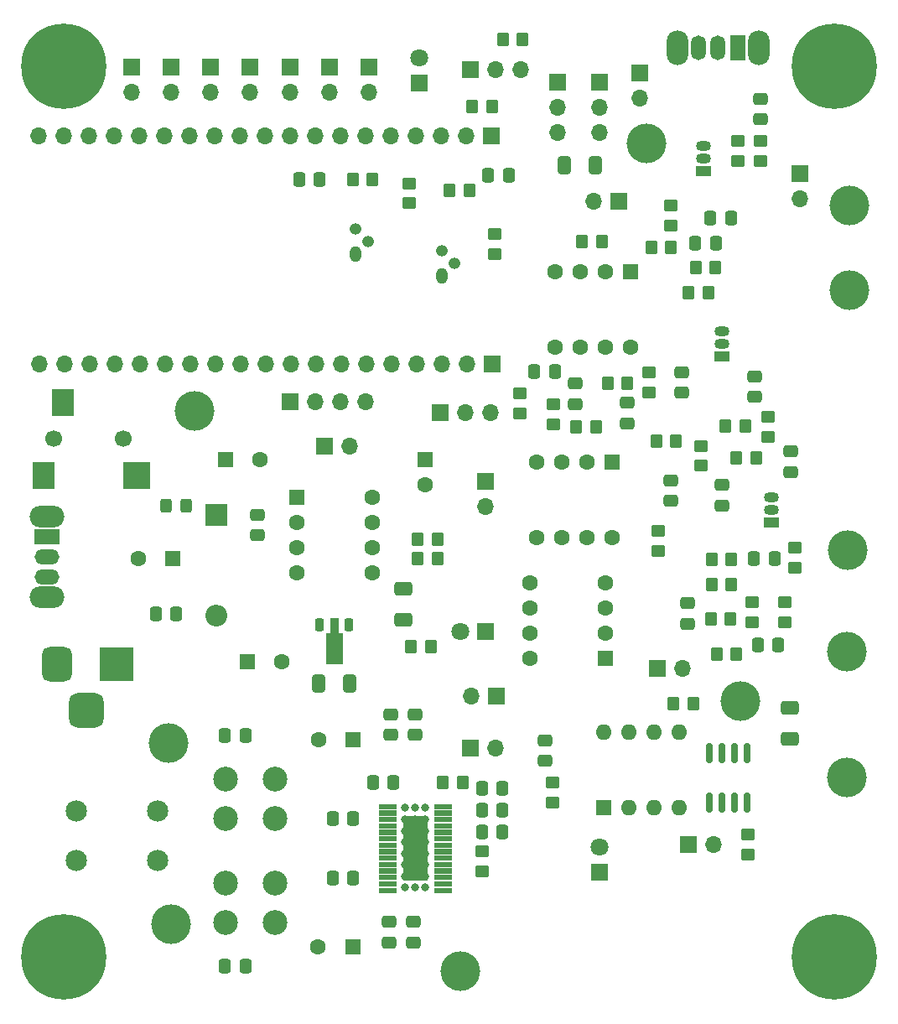
<source format=gbr>
%TF.GenerationSoftware,KiCad,Pcbnew,8.0.6*%
%TF.CreationDate,2024-11-21T01:01:48-08:00*%
%TF.ProjectId,ECE 411 Project,45434520-3431-4312-9050-726f6a656374,r1.6*%
%TF.SameCoordinates,Original*%
%TF.FileFunction,Soldermask,Top*%
%TF.FilePolarity,Negative*%
%FSLAX46Y46*%
G04 Gerber Fmt 4.6, Leading zero omitted, Abs format (unit mm)*
G04 Created by KiCad (PCBNEW 8.0.6) date 2024-11-21 01:01:48*
%MOMM*%
%LPD*%
G01*
G04 APERTURE LIST*
G04 Aperture macros list*
%AMRoundRect*
0 Rectangle with rounded corners*
0 $1 Rounding radius*
0 $2 $3 $4 $5 $6 $7 $8 $9 X,Y pos of 4 corners*
0 Add a 4 corners polygon primitive as box body*
4,1,4,$2,$3,$4,$5,$6,$7,$8,$9,$2,$3,0*
0 Add four circle primitives for the rounded corners*
1,1,$1+$1,$2,$3*
1,1,$1+$1,$4,$5*
1,1,$1+$1,$6,$7*
1,1,$1+$1,$8,$9*
0 Add four rect primitives between the rounded corners*
20,1,$1+$1,$2,$3,$4,$5,0*
20,1,$1+$1,$4,$5,$6,$7,0*
20,1,$1+$1,$6,$7,$8,$9,0*
20,1,$1+$1,$8,$9,$2,$3,0*%
%AMFreePoly0*
4,1,9,3.862500,-0.866500,0.737500,-0.866500,0.737500,-0.450000,-0.737500,-0.450000,-0.737500,0.450000,0.737500,0.450000,0.737500,0.866500,3.862500,0.866500,3.862500,-0.866500,3.862500,-0.866500,$1*%
G04 Aperture macros list end*
%ADD10C,0.010000*%
%ADD11RoundRect,0.250000X0.475000X-0.337500X0.475000X0.337500X-0.475000X0.337500X-0.475000X-0.337500X0*%
%ADD12R,1.700000X1.700000*%
%ADD13O,1.700000X1.700000*%
%ADD14RoundRect,0.250000X-0.450000X0.350000X-0.450000X-0.350000X0.450000X-0.350000X0.450000X0.350000X0*%
%ADD15RoundRect,0.250000X0.412500X0.650000X-0.412500X0.650000X-0.412500X-0.650000X0.412500X-0.650000X0*%
%ADD16R,1.800000X1.800000*%
%ADD17C,1.800000*%
%ADD18RoundRect,0.250000X-0.475000X0.337500X-0.475000X-0.337500X0.475000X-0.337500X0.475000X0.337500X0*%
%ADD19C,4.000000*%
%ADD20RoundRect,0.250000X0.450000X-0.350000X0.450000X0.350000X-0.450000X0.350000X-0.450000X-0.350000X0*%
%ADD21RoundRect,0.250000X0.350000X0.450000X-0.350000X0.450000X-0.350000X-0.450000X0.350000X-0.450000X0*%
%ADD22RoundRect,0.250000X-0.337500X-0.475000X0.337500X-0.475000X0.337500X0.475000X-0.337500X0.475000X0*%
%ADD23R,1.600000X1.600000*%
%ADD24C,1.600000*%
%ADD25RoundRect,0.250000X-0.350000X-0.450000X0.350000X-0.450000X0.350000X0.450000X-0.350000X0.450000X0*%
%ADD26R,1.500000X1.050000*%
%ADD27O,1.500000X1.050000*%
%ADD28O,1.200000X1.600000*%
%ADD29O,1.200000X1.200000*%
%ADD30RoundRect,0.250000X0.325000X0.450000X-0.325000X0.450000X-0.325000X-0.450000X0.325000X-0.450000X0*%
%ADD31O,1.600000X1.600000*%
%ADD32RoundRect,0.225000X-0.225000X0.425000X-0.225000X-0.425000X0.225000X-0.425000X0.225000X0.425000X0*%
%ADD33FreePoly0,270.000000*%
%ADD34RoundRect,0.250000X0.337500X0.475000X-0.337500X0.475000X-0.337500X-0.475000X0.337500X-0.475000X0*%
%ADD35RoundRect,0.150000X-0.150000X0.825000X-0.150000X-0.825000X0.150000X-0.825000X0.150000X0.825000X0*%
%ADD36R,3.500000X3.500000*%
%ADD37RoundRect,0.750000X-0.750000X-1.000000X0.750000X-1.000000X0.750000X1.000000X-0.750000X1.000000X0*%
%ADD38RoundRect,0.875000X-0.875000X-0.875000X0.875000X-0.875000X0.875000X0.875000X-0.875000X0.875000X0*%
%ADD39C,2.500000*%
%ADD40R,2.200000X2.200000*%
%ADD41O,2.200000X2.200000*%
%ADD42RoundRect,0.250000X-0.650000X0.412500X-0.650000X-0.412500X0.650000X-0.412500X0.650000X0.412500X0*%
%ADD43C,4.700000*%
%ADD44C,8.600000*%
%ADD45C,1.700000*%
%ADD46R,2.200000X2.800000*%
%ADD47R,2.800000X2.800000*%
%ADD48RoundRect,0.250000X-0.412500X-0.650000X0.412500X-0.650000X0.412500X0.650000X-0.412500X0.650000X0*%
%ADD49C,2.154000*%
%ADD50C,0.800000*%
%ADD51RoundRect,0.250000X0.650000X-0.412500X0.650000X0.412500X-0.650000X0.412500X-0.650000X-0.412500X0*%
%ADD52O,3.500000X2.200000*%
%ADD53R,2.500000X1.500000*%
%ADD54O,2.500000X1.500000*%
%ADD55O,2.200000X3.500000*%
%ADD56R,1.500000X2.500000*%
%ADD57O,1.500000X2.500000*%
G04 APERTURE END LIST*
D10*
%TO.C,U9*%
X70222651Y-103595000D02*
X68482651Y-103595000D01*
X68482651Y-103155000D01*
X70222651Y-103155000D01*
X70222651Y-103595000D01*
G36*
X70222651Y-103595000D02*
G01*
X68482651Y-103595000D01*
X68482651Y-103155000D01*
X70222651Y-103155000D01*
X70222651Y-103595000D01*
G37*
X70222651Y-104245000D02*
X68482651Y-104245000D01*
X68482651Y-103805000D01*
X70222651Y-103805000D01*
X70222651Y-104245000D01*
G36*
X70222651Y-104245000D02*
G01*
X68482651Y-104245000D01*
X68482651Y-103805000D01*
X70222651Y-103805000D01*
X70222651Y-104245000D01*
G37*
X70222651Y-104895000D02*
X68482651Y-104895000D01*
X68482651Y-104455000D01*
X70222651Y-104455000D01*
X70222651Y-104895000D01*
G36*
X70222651Y-104895000D02*
G01*
X68482651Y-104895000D01*
X68482651Y-104455000D01*
X70222651Y-104455000D01*
X70222651Y-104895000D01*
G37*
X70222651Y-105545000D02*
X68482651Y-105545000D01*
X68482651Y-105105000D01*
X70222651Y-105105000D01*
X70222651Y-105545000D01*
G36*
X70222651Y-105545000D02*
G01*
X68482651Y-105545000D01*
X68482651Y-105105000D01*
X70222651Y-105105000D01*
X70222651Y-105545000D01*
G37*
X70222651Y-106195000D02*
X68482651Y-106195000D01*
X68482651Y-105755000D01*
X70222651Y-105755000D01*
X70222651Y-106195000D01*
G36*
X70222651Y-106195000D02*
G01*
X68482651Y-106195000D01*
X68482651Y-105755000D01*
X70222651Y-105755000D01*
X70222651Y-106195000D01*
G37*
X70222651Y-106845000D02*
X68482651Y-106845000D01*
X68482651Y-106405000D01*
X70222651Y-106405000D01*
X70222651Y-106845000D01*
G36*
X70222651Y-106845000D02*
G01*
X68482651Y-106845000D01*
X68482651Y-106405000D01*
X70222651Y-106405000D01*
X70222651Y-106845000D01*
G37*
X70222651Y-107495000D02*
X68482651Y-107495000D01*
X68482651Y-107055000D01*
X70222651Y-107055000D01*
X70222651Y-107495000D01*
G36*
X70222651Y-107495000D02*
G01*
X68482651Y-107495000D01*
X68482651Y-107055000D01*
X70222651Y-107055000D01*
X70222651Y-107495000D01*
G37*
X70222651Y-108145000D02*
X68482651Y-108145000D01*
X68482651Y-107705000D01*
X70222651Y-107705000D01*
X70222651Y-108145000D01*
G36*
X70222651Y-108145000D02*
G01*
X68482651Y-108145000D01*
X68482651Y-107705000D01*
X70222651Y-107705000D01*
X70222651Y-108145000D01*
G37*
X70222651Y-108795000D02*
X68482651Y-108795000D01*
X68482651Y-108355000D01*
X70222651Y-108355000D01*
X70222651Y-108795000D01*
G36*
X70222651Y-108795000D02*
G01*
X68482651Y-108795000D01*
X68482651Y-108355000D01*
X70222651Y-108355000D01*
X70222651Y-108795000D01*
G37*
X70222651Y-109445000D02*
X68482651Y-109445000D01*
X68482651Y-109005000D01*
X70222651Y-109005000D01*
X70222651Y-109445000D01*
G36*
X70222651Y-109445000D02*
G01*
X68482651Y-109445000D01*
X68482651Y-109005000D01*
X70222651Y-109005000D01*
X70222651Y-109445000D01*
G37*
X70222651Y-110095000D02*
X68482651Y-110095000D01*
X68482651Y-109655000D01*
X70222651Y-109655000D01*
X70222651Y-110095000D01*
G36*
X70222651Y-110095000D02*
G01*
X68482651Y-110095000D01*
X68482651Y-109655000D01*
X70222651Y-109655000D01*
X70222651Y-110095000D01*
G37*
X70222651Y-110745000D02*
X68482651Y-110745000D01*
X68482651Y-110305000D01*
X70222651Y-110305000D01*
X70222651Y-110745000D01*
G36*
X70222651Y-110745000D02*
G01*
X68482651Y-110745000D01*
X68482651Y-110305000D01*
X70222651Y-110305000D01*
X70222651Y-110745000D01*
G37*
X70222651Y-111395000D02*
X68482651Y-111395000D01*
X68482651Y-110955000D01*
X70222651Y-110955000D01*
X70222651Y-111395000D01*
G36*
X70222651Y-111395000D02*
G01*
X68482651Y-111395000D01*
X68482651Y-110955000D01*
X70222651Y-110955000D01*
X70222651Y-111395000D01*
G37*
X70222651Y-112045000D02*
X68482651Y-112045000D01*
X68482651Y-111605000D01*
X70222651Y-111605000D01*
X70222651Y-112045000D01*
G36*
X70222651Y-112045000D02*
G01*
X68482651Y-112045000D01*
X68482651Y-111605000D01*
X70222651Y-111605000D01*
X70222651Y-112045000D01*
G37*
X73352651Y-110830000D02*
X70952651Y-110830000D01*
X70952651Y-104370000D01*
X73352651Y-104370000D01*
X73352651Y-110830000D01*
G36*
X73352651Y-110830000D02*
G01*
X70952651Y-110830000D01*
X70952651Y-104370000D01*
X73352651Y-104370000D01*
X73352651Y-110830000D01*
G37*
X75822651Y-103595000D02*
X74082651Y-103595000D01*
X74082651Y-103155000D01*
X75822651Y-103155000D01*
X75822651Y-103595000D01*
G36*
X75822651Y-103595000D02*
G01*
X74082651Y-103595000D01*
X74082651Y-103155000D01*
X75822651Y-103155000D01*
X75822651Y-103595000D01*
G37*
X75822651Y-104245000D02*
X74082651Y-104245000D01*
X74082651Y-103805000D01*
X75822651Y-103805000D01*
X75822651Y-104245000D01*
G36*
X75822651Y-104245000D02*
G01*
X74082651Y-104245000D01*
X74082651Y-103805000D01*
X75822651Y-103805000D01*
X75822651Y-104245000D01*
G37*
X75822651Y-104895000D02*
X74082651Y-104895000D01*
X74082651Y-104455000D01*
X75822651Y-104455000D01*
X75822651Y-104895000D01*
G36*
X75822651Y-104895000D02*
G01*
X74082651Y-104895000D01*
X74082651Y-104455000D01*
X75822651Y-104455000D01*
X75822651Y-104895000D01*
G37*
X75822651Y-105545000D02*
X74082651Y-105545000D01*
X74082651Y-105105000D01*
X75822651Y-105105000D01*
X75822651Y-105545000D01*
G36*
X75822651Y-105545000D02*
G01*
X74082651Y-105545000D01*
X74082651Y-105105000D01*
X75822651Y-105105000D01*
X75822651Y-105545000D01*
G37*
X75822651Y-106195000D02*
X74082651Y-106195000D01*
X74082651Y-105755000D01*
X75822651Y-105755000D01*
X75822651Y-106195000D01*
G36*
X75822651Y-106195000D02*
G01*
X74082651Y-106195000D01*
X74082651Y-105755000D01*
X75822651Y-105755000D01*
X75822651Y-106195000D01*
G37*
X75822651Y-106845000D02*
X74082651Y-106845000D01*
X74082651Y-106405000D01*
X75822651Y-106405000D01*
X75822651Y-106845000D01*
G36*
X75822651Y-106845000D02*
G01*
X74082651Y-106845000D01*
X74082651Y-106405000D01*
X75822651Y-106405000D01*
X75822651Y-106845000D01*
G37*
X75822651Y-107495000D02*
X74082651Y-107495000D01*
X74082651Y-107055000D01*
X75822651Y-107055000D01*
X75822651Y-107495000D01*
G36*
X75822651Y-107495000D02*
G01*
X74082651Y-107495000D01*
X74082651Y-107055000D01*
X75822651Y-107055000D01*
X75822651Y-107495000D01*
G37*
X75822651Y-108145000D02*
X74082651Y-108145000D01*
X74082651Y-107705000D01*
X75822651Y-107705000D01*
X75822651Y-108145000D01*
G36*
X75822651Y-108145000D02*
G01*
X74082651Y-108145000D01*
X74082651Y-107705000D01*
X75822651Y-107705000D01*
X75822651Y-108145000D01*
G37*
X75822651Y-108795000D02*
X74082651Y-108795000D01*
X74082651Y-108355000D01*
X75822651Y-108355000D01*
X75822651Y-108795000D01*
G36*
X75822651Y-108795000D02*
G01*
X74082651Y-108795000D01*
X74082651Y-108355000D01*
X75822651Y-108355000D01*
X75822651Y-108795000D01*
G37*
X75822651Y-109445000D02*
X74082651Y-109445000D01*
X74082651Y-109005000D01*
X75822651Y-109005000D01*
X75822651Y-109445000D01*
G36*
X75822651Y-109445000D02*
G01*
X74082651Y-109445000D01*
X74082651Y-109005000D01*
X75822651Y-109005000D01*
X75822651Y-109445000D01*
G37*
X75822651Y-110095000D02*
X74082651Y-110095000D01*
X74082651Y-109655000D01*
X75822651Y-109655000D01*
X75822651Y-110095000D01*
G36*
X75822651Y-110095000D02*
G01*
X74082651Y-110095000D01*
X74082651Y-109655000D01*
X75822651Y-109655000D01*
X75822651Y-110095000D01*
G37*
X75822651Y-110745000D02*
X74082651Y-110745000D01*
X74082651Y-110305000D01*
X75822651Y-110305000D01*
X75822651Y-110745000D01*
G36*
X75822651Y-110745000D02*
G01*
X74082651Y-110745000D01*
X74082651Y-110305000D01*
X75822651Y-110305000D01*
X75822651Y-110745000D01*
G37*
X75822651Y-111395000D02*
X74082651Y-111395000D01*
X74082651Y-110955000D01*
X75822651Y-110955000D01*
X75822651Y-111395000D01*
G36*
X75822651Y-111395000D02*
G01*
X74082651Y-111395000D01*
X74082651Y-110955000D01*
X75822651Y-110955000D01*
X75822651Y-111395000D01*
G37*
X75822651Y-112045000D02*
X74082651Y-112045000D01*
X74082651Y-111605000D01*
X75822651Y-111605000D01*
X75822651Y-112045000D01*
G36*
X75822651Y-112045000D02*
G01*
X74082651Y-112045000D01*
X74082651Y-111605000D01*
X75822651Y-111605000D01*
X75822651Y-112045000D01*
G37*
%TD*%
D11*
%TO.C,C17*%
X110100000Y-69637500D03*
X110100000Y-67562500D03*
%TD*%
D12*
%TO.C,RV5*%
X86550000Y-30300000D03*
D13*
X86550000Y-32840000D03*
X86550000Y-35380000D03*
%TD*%
D14*
%TO.C,R47*%
X80162500Y-45600000D03*
X80162500Y-47600000D03*
%TD*%
D15*
%TO.C,C40*%
X90312500Y-38700000D03*
X87187500Y-38700000D03*
%TD*%
D16*
%TO.C,D3*%
X90750000Y-110000000D03*
D17*
X90750000Y-107460000D03*
%TD*%
D12*
%TO.C,SW3*%
X51500000Y-28750000D03*
D13*
X51500000Y-31290000D03*
%TD*%
D18*
%TO.C,C26*%
X69652651Y-94112500D03*
X69652651Y-96187500D03*
%TD*%
D19*
%TO.C,FUZ-CHO1*%
X95500000Y-36500000D03*
%TD*%
D20*
%TO.C,R25*%
X95800000Y-61600000D03*
X95800000Y-59600000D03*
%TD*%
D14*
%TO.C,R45*%
X71562500Y-40500000D03*
X71562500Y-42500000D03*
%TD*%
D21*
%TO.C,R21*%
X91000000Y-46400000D03*
X89000000Y-46400000D03*
%TD*%
D18*
%TO.C,C20*%
X99700000Y-82862500D03*
X99700000Y-84937500D03*
%TD*%
D22*
%TO.C,C38*%
X60462500Y-40100000D03*
X62537500Y-40100000D03*
%TD*%
D21*
%TO.C,R43*%
X76952651Y-100950000D03*
X74952651Y-100950000D03*
%TD*%
D23*
%TO.C,C42*%
X47700000Y-78400000D03*
D24*
X44200000Y-78400000D03*
%TD*%
D11*
%TO.C,C16*%
X98000000Y-72537500D03*
X98000000Y-70462500D03*
%TD*%
D14*
%TO.C,R28*%
X101000000Y-67000000D03*
X101000000Y-69000000D03*
%TD*%
D25*
%TO.C,R35*%
X102000000Y-84500000D03*
X104000000Y-84500000D03*
%TD*%
D21*
%TO.C,R5*%
X74400000Y-78400000D03*
X72400000Y-78400000D03*
%TD*%
D26*
%TO.C,Q3*%
X103160000Y-57970000D03*
D27*
X103160000Y-56700000D03*
X103160000Y-55430000D03*
%TD*%
D28*
%TO.C,Q6*%
X74892500Y-49870000D03*
D29*
X76162500Y-48600000D03*
X74892500Y-47330000D03*
%TD*%
D30*
%TO.C,D1*%
X49025000Y-73000000D03*
X46975000Y-73000000D03*
%TD*%
D14*
%TO.C,R1*%
X105750000Y-106250000D03*
X105750000Y-108250000D03*
%TD*%
D21*
%TO.C,R19*%
X98000000Y-47000000D03*
X96000000Y-47000000D03*
%TD*%
D19*
%TO.C,GND1*%
X76750000Y-120000000D03*
%TD*%
%TO.C,SPK+1*%
X47500000Y-115300000D03*
%TD*%
D23*
%TO.C,U5*%
X91200000Y-103550000D03*
D31*
X93740000Y-103550000D03*
X96280000Y-103550000D03*
X98820000Y-103550000D03*
X98820000Y-95930000D03*
X96280000Y-95930000D03*
X93740000Y-95930000D03*
X91200000Y-95930000D03*
%TD*%
D32*
%TO.C,U1*%
X65500000Y-85050000D03*
D33*
X64000000Y-85137500D03*
D32*
X62500000Y-85050000D03*
%TD*%
D34*
%TO.C,C12*%
X86287500Y-59500000D03*
X84212500Y-59500000D03*
%TD*%
D12*
%TO.C,SW2*%
X47500000Y-28750000D03*
D13*
X47500000Y-31290000D03*
%TD*%
D18*
%TO.C,C27*%
X72000000Y-115075000D03*
X72000000Y-117150000D03*
%TD*%
D35*
%TO.C,U4*%
X105655000Y-98025000D03*
X104385000Y-98025000D03*
X103115000Y-98025000D03*
X101845000Y-98025000D03*
X101845000Y-102975000D03*
X103115000Y-102975000D03*
X104385000Y-102975000D03*
X105655000Y-102975000D03*
%TD*%
D11*
%TO.C,C18*%
X103100000Y-73037500D03*
X103100000Y-70962500D03*
%TD*%
D18*
%TO.C,C7*%
X56200000Y-73962500D03*
X56200000Y-76037500D03*
%TD*%
D23*
%TO.C,C8*%
X55200000Y-88750000D03*
D24*
X58700000Y-88750000D03*
%TD*%
D25*
%TO.C,R27*%
X96500000Y-66500000D03*
X98500000Y-66500000D03*
%TD*%
D36*
%TO.C,J1*%
X42000000Y-89000000D03*
D37*
X36000000Y-89000000D03*
D38*
X39000000Y-93700000D03*
%TD*%
D25*
%TO.C,R48*%
X75662500Y-41200000D03*
X77662500Y-41200000D03*
%TD*%
D12*
%TO.C,CHTPS1*%
X74700000Y-63600000D03*
D13*
X77240000Y-63600000D03*
X79780000Y-63600000D03*
%TD*%
D19*
%TO.C,LINE_{OUT}1*%
X105000000Y-92750000D03*
%TD*%
D39*
%TO.C,L1*%
X58000000Y-111150000D03*
X58000000Y-115150000D03*
X53000000Y-111150000D03*
X53000000Y-115150000D03*
%TD*%
D34*
%TO.C,C21*%
X108837500Y-87100000D03*
X106762500Y-87100000D03*
%TD*%
D12*
%TO.C,RV3*%
X96650000Y-89475000D03*
D13*
X99190000Y-89475000D03*
%TD*%
D26*
%TO.C,Q4*%
X108160000Y-74770000D03*
D27*
X108160000Y-73500000D03*
X108160000Y-72230000D03*
%TD*%
D23*
%TO.C,U3*%
X92010000Y-68595000D03*
D24*
X89470000Y-68595000D03*
X86930000Y-68595000D03*
X84390000Y-68595000D03*
X84390000Y-76215000D03*
X86930000Y-76215000D03*
X89470000Y-76215000D03*
X92010000Y-76215000D03*
%TD*%
D11*
%TO.C,C15*%
X99100000Y-61637500D03*
X99100000Y-59562500D03*
%TD*%
D21*
%TO.C,R18*%
X102500000Y-49000000D03*
X100500000Y-49000000D03*
%TD*%
D22*
%TO.C,C39*%
X79525000Y-39700000D03*
X81600000Y-39700000D03*
%TD*%
D40*
%TO.C,D2*%
X52100000Y-74000000D03*
D41*
X52100000Y-84160000D03*
%TD*%
D22*
%TO.C,C36*%
X52962500Y-119550000D03*
X55037500Y-119550000D03*
%TD*%
D42*
%TO.C,C2*%
X110000000Y-93437500D03*
X110000000Y-96562500D03*
%TD*%
D22*
%TO.C,C33*%
X78915151Y-103750000D03*
X80990151Y-103750000D03*
%TD*%
D43*
%TO.C,M4*%
X114500000Y-28700000D03*
D44*
X114500000Y-28700000D03*
%TD*%
D12*
%TO.C,J7*%
X92750000Y-42275000D03*
D13*
X90210000Y-42275000D03*
%TD*%
D19*
%TO.C,V9*%
X116000000Y-51250000D03*
%TD*%
D16*
%TO.C,D4*%
X79250000Y-85750000D03*
D17*
X76710000Y-85750000D03*
%TD*%
D14*
%TO.C,R30*%
X107800000Y-64100000D03*
X107800000Y-66100000D03*
%TD*%
D12*
%TO.C,SW5*%
X59500000Y-28750000D03*
D13*
X59500000Y-31290000D03*
%TD*%
D18*
%TO.C,C13*%
X88300000Y-60700000D03*
X88300000Y-62775000D03*
%TD*%
D14*
%TO.C,R40*%
X78952651Y-107950000D03*
X78952651Y-109950000D03*
%TD*%
D45*
%TO.C,J4*%
X35700000Y-66300000D03*
X42700000Y-66300000D03*
D46*
X34600000Y-70000000D03*
D47*
X44000000Y-70000000D03*
D46*
X36600000Y-62600000D03*
%TD*%
D48*
%TO.C,C4*%
X62437500Y-91000000D03*
X65562500Y-91000000D03*
%TD*%
D14*
%TO.C,R32*%
X110500000Y-77300000D03*
X110500000Y-79300000D03*
%TD*%
%TO.C,R16*%
X104750000Y-36250000D03*
X104750000Y-38250000D03*
%TD*%
D19*
%TO.C,SPK-1*%
X47250000Y-97000000D03*
%TD*%
D12*
%TO.C,RV2*%
X111000000Y-39500000D03*
D13*
X111000000Y-42040000D03*
%TD*%
D20*
%TO.C,R39*%
X86000000Y-103000000D03*
X86000000Y-101000000D03*
%TD*%
D49*
%TO.C,J3*%
X46150000Y-103830000D03*
X37950000Y-103830000D03*
X46150000Y-108830000D03*
X37950000Y-108830000D03*
%TD*%
D25*
%TO.C,R4*%
X72400000Y-76400000D03*
X74400000Y-76400000D03*
%TD*%
D39*
%TO.C,L2*%
X58000000Y-100650000D03*
X58000000Y-104650000D03*
X53000000Y-100650000D03*
X53000000Y-104650000D03*
%TD*%
D18*
%TO.C,C1*%
X107000000Y-31962500D03*
X107000000Y-34037500D03*
%TD*%
D23*
%TO.C,C24*%
X65900000Y-96700000D03*
D24*
X62400000Y-96700000D03*
%TD*%
D12*
%TO.C,OLED1*%
X59500000Y-62500000D03*
D13*
X62040000Y-62500000D03*
X64580000Y-62500000D03*
X67120000Y-62500000D03*
%TD*%
D43*
%TO.C,M4*%
X36700000Y-118600000D03*
D44*
X36700000Y-118600000D03*
%TD*%
D23*
%TO.C,C22*%
X73150000Y-68400000D03*
D24*
X73150000Y-70900000D03*
%TD*%
D26*
%TO.C,Q2*%
X101250000Y-39250000D03*
D27*
X101250000Y-37980000D03*
X101250000Y-36710000D03*
%TD*%
D12*
%TO.C,J5*%
X77750000Y-97500000D03*
D13*
X80290000Y-97500000D03*
%TD*%
D11*
%TO.C,C41*%
X106400000Y-62037500D03*
X106400000Y-59962500D03*
%TD*%
D22*
%TO.C,C35*%
X63815151Y-104650000D03*
X65890151Y-104650000D03*
%TD*%
D12*
%TO.C,SW6*%
X63500000Y-28750000D03*
D13*
X63500000Y-31290000D03*
%TD*%
D23*
%TO.C,V3207D1*%
X93870000Y-49380000D03*
D24*
X91330000Y-49380000D03*
X88790000Y-49380000D03*
X86250000Y-49380000D03*
X86250000Y-57000000D03*
X88790000Y-57000000D03*
X91330000Y-57000000D03*
X93870000Y-57000000D03*
%TD*%
D50*
%TO.C,U9*%
X73152651Y-111600000D03*
X73152651Y-110450000D03*
X73152651Y-109300000D03*
X73152651Y-108150000D03*
X73152651Y-107000000D03*
X73152651Y-105850000D03*
X73152651Y-104700000D03*
X73152651Y-103550000D03*
X72152651Y-111600000D03*
X72152651Y-110450000D03*
X72152651Y-109300000D03*
X72152651Y-108150000D03*
X72152651Y-107000000D03*
X72152651Y-105850000D03*
X72152651Y-104700000D03*
X72152651Y-103550000D03*
X71152651Y-111600000D03*
X71152651Y-110450000D03*
X71152651Y-109300000D03*
X71152651Y-108150000D03*
X71152651Y-107000000D03*
X71152651Y-105850000D03*
X71152651Y-104700000D03*
X71152651Y-103550000D03*
%TD*%
D12*
%TO.C,J6*%
X79225000Y-70550000D03*
D13*
X79225000Y-73090000D03*
%TD*%
D18*
%TO.C,C29*%
X72152651Y-94112500D03*
X72152651Y-96187500D03*
%TD*%
D12*
%TO.C,J2*%
X63000000Y-67000000D03*
D13*
X65540000Y-67000000D03*
%TD*%
D34*
%TO.C,C43*%
X48037500Y-84000000D03*
X45962500Y-84000000D03*
%TD*%
D19*
%TO.C,GENOUT1*%
X116000000Y-42750000D03*
%TD*%
D22*
%TO.C,C37*%
X52962500Y-96250000D03*
X55037500Y-96250000D03*
%TD*%
D51*
%TO.C,C6*%
X71000000Y-84562500D03*
X71000000Y-81437500D03*
%TD*%
D21*
%TO.C,R12*%
X83000000Y-26000000D03*
X81000000Y-26000000D03*
%TD*%
D14*
%TO.C,R17*%
X107000000Y-36250000D03*
X107000000Y-38250000D03*
%TD*%
D11*
%TO.C,C14*%
X93600000Y-64737500D03*
X93600000Y-62662500D03*
%TD*%
D43*
%TO.C,M4*%
X36700000Y-28700000D03*
D44*
X36700000Y-28700000D03*
%TD*%
D12*
%TO.C,RV7*%
X80350000Y-92225000D03*
D13*
X77810000Y-92225000D03*
%TD*%
D12*
%TO.C,U6*%
X79880000Y-35700000D03*
D13*
X77340000Y-35700000D03*
X74800000Y-35700000D03*
X72260000Y-35700000D03*
X69720000Y-35700000D03*
X67180000Y-35700000D03*
X64640000Y-35700000D03*
X62100000Y-35700000D03*
X59560000Y-35700000D03*
X57020000Y-35700000D03*
X54480000Y-35700000D03*
X51940000Y-35700000D03*
X49400000Y-35700000D03*
X46860000Y-35700000D03*
X44320000Y-35700000D03*
X41780000Y-35700000D03*
X39240000Y-35700000D03*
X36700000Y-35700000D03*
X34160000Y-35700000D03*
X34240000Y-58700000D03*
X36780000Y-58700000D03*
X39320000Y-58700000D03*
X41860000Y-58700000D03*
X44400000Y-58700000D03*
X46940000Y-58700000D03*
X49480000Y-58700000D03*
X52020000Y-58700000D03*
X54560000Y-58700000D03*
X57100000Y-58700000D03*
X59640000Y-58700000D03*
X62180000Y-58700000D03*
X64720000Y-58700000D03*
X67260000Y-58700000D03*
X69800000Y-58700000D03*
X72340000Y-58700000D03*
X74880000Y-58700000D03*
X77420000Y-58700000D03*
D12*
X79960000Y-58700000D03*
%TD*%
D19*
%TO.C,CHO-TRE1*%
X115800000Y-77500000D03*
%TD*%
D25*
%TO.C,R46*%
X65862500Y-40100000D03*
X67862500Y-40100000D03*
%TD*%
D21*
%TO.C,R20*%
X101750000Y-51500000D03*
X99750000Y-51500000D03*
%TD*%
D22*
%TO.C,C19*%
X106362500Y-78400000D03*
X108437500Y-78400000D03*
%TD*%
D18*
%TO.C,C30*%
X69500000Y-115075000D03*
X69500000Y-117150000D03*
%TD*%
D25*
%TO.C,R37*%
X102600000Y-88000000D03*
X104600000Y-88000000D03*
%TD*%
D14*
%TO.C,R10*%
X98000000Y-42750000D03*
X98000000Y-44750000D03*
%TD*%
D23*
%TO.C,U2*%
X60195000Y-72190000D03*
D24*
X60195000Y-74730000D03*
X60195000Y-77270000D03*
X60195000Y-79810000D03*
X67815000Y-79810000D03*
X67815000Y-77270000D03*
X67815000Y-74730000D03*
X67815000Y-72190000D03*
%TD*%
D22*
%TO.C,C31*%
X78915151Y-101550000D03*
X80990151Y-101550000D03*
%TD*%
D20*
%TO.C,R23*%
X86100000Y-64800000D03*
X86100000Y-62800000D03*
%TD*%
D12*
%TO.C,RV8*%
X77750000Y-29000000D03*
D13*
X80290000Y-29000000D03*
X82830000Y-29000000D03*
%TD*%
D21*
%TO.C,R2*%
X100250000Y-93000000D03*
X98250000Y-93000000D03*
%TD*%
D14*
%TO.C,R8*%
X96700000Y-75600000D03*
X96700000Y-77600000D03*
%TD*%
D21*
%TO.C,R6*%
X105500000Y-65000000D03*
X103500000Y-65000000D03*
%TD*%
D22*
%TO.C,C10*%
X101962500Y-44000000D03*
X104037500Y-44000000D03*
%TD*%
D12*
%TO.C,RV1*%
X94875000Y-29350000D03*
D13*
X94875000Y-31890000D03*
%TD*%
D22*
%TO.C,C34*%
X63815151Y-110650000D03*
X65890151Y-110650000D03*
%TD*%
D16*
%TO.C,D5*%
X72600000Y-30400000D03*
D17*
X72600000Y-27860000D03*
%TD*%
D12*
%TO.C,SW1*%
X43500000Y-28750000D03*
D13*
X43500000Y-31290000D03*
%TD*%
D12*
%TO.C,RV6*%
X99750000Y-107250000D03*
D13*
X102290000Y-107250000D03*
%TD*%
D19*
%TO.C,VGND1*%
X115750000Y-100500000D03*
%TD*%
D52*
%TO.C,SW9*%
X35000000Y-74100000D03*
X35000000Y-82300000D03*
D53*
X35000000Y-76200000D03*
D54*
X35000000Y-78200000D03*
X35000000Y-80200000D03*
%TD*%
D14*
%TO.C,R36*%
X109500000Y-82800000D03*
X109500000Y-84800000D03*
%TD*%
D23*
%TO.C,C5*%
X53000000Y-68400000D03*
D24*
X56500000Y-68400000D03*
%TD*%
D19*
%TO.C,LINE_{IN}1*%
X49900000Y-63500000D03*
%TD*%
D23*
%TO.C,V3207D2*%
X91405000Y-88410000D03*
D24*
X91405000Y-85870000D03*
X91405000Y-83330000D03*
X91405000Y-80790000D03*
X83785000Y-80790000D03*
X83785000Y-83330000D03*
X83785000Y-85870000D03*
X83785000Y-88410000D03*
%TD*%
D21*
%TO.C,R31*%
X106600000Y-68200000D03*
X104600000Y-68200000D03*
%TD*%
D28*
%TO.C,Q5*%
X66162500Y-47600000D03*
D29*
X67432500Y-46330000D03*
X66162500Y-45060000D03*
%TD*%
D12*
%TO.C,SW7*%
X67500000Y-28750000D03*
D13*
X67500000Y-31290000D03*
%TD*%
D12*
%TO.C,SW4*%
X55500000Y-28750000D03*
D13*
X55500000Y-31290000D03*
%TD*%
D21*
%TO.C,R3*%
X104100000Y-78500000D03*
X102100000Y-78500000D03*
%TD*%
D23*
%TO.C,C25*%
X65852651Y-117550000D03*
D24*
X62352651Y-117550000D03*
%TD*%
D25*
%TO.C,R9*%
X77900000Y-32700000D03*
X79900000Y-32700000D03*
%TD*%
D22*
%TO.C,C28*%
X67915151Y-100950000D03*
X69990151Y-100950000D03*
%TD*%
D25*
%TO.C,R11*%
X71750000Y-87250000D03*
X73750000Y-87250000D03*
%TD*%
D34*
%TO.C,C32*%
X80990151Y-105950000D03*
X78915151Y-105950000D03*
%TD*%
%TO.C,C11*%
X102537500Y-46500000D03*
X100462500Y-46500000D03*
%TD*%
D12*
%TO.C,RV4*%
X90750000Y-30300000D03*
D13*
X90750000Y-32840000D03*
X90750000Y-35380000D03*
%TD*%
D21*
%TO.C,R7*%
X104100000Y-81000000D03*
X102100000Y-81000000D03*
%TD*%
D25*
%TO.C,R26*%
X88400000Y-65100000D03*
X90400000Y-65100000D03*
%TD*%
D14*
%TO.C,R34*%
X106200000Y-82800000D03*
X106200000Y-84800000D03*
%TD*%
D18*
%TO.C,C23*%
X85250000Y-96712500D03*
X85250000Y-98787500D03*
%TD*%
D19*
%TO.C,V4.5*%
X115750000Y-87750000D03*
%TD*%
D55*
%TO.C,SW10*%
X106850000Y-26850000D03*
X98650000Y-26850000D03*
D56*
X104750000Y-26850000D03*
D57*
X102750000Y-26850000D03*
X100750000Y-26850000D03*
%TD*%
D20*
%TO.C,R22*%
X82700000Y-63700000D03*
X82700000Y-61700000D03*
%TD*%
D25*
%TO.C,R24*%
X91600000Y-60700000D03*
X93600000Y-60700000D03*
%TD*%
D44*
%TO.C,M4*%
X114500000Y-118600000D03*
D43*
X114500000Y-118600000D03*
%TD*%
M02*

</source>
